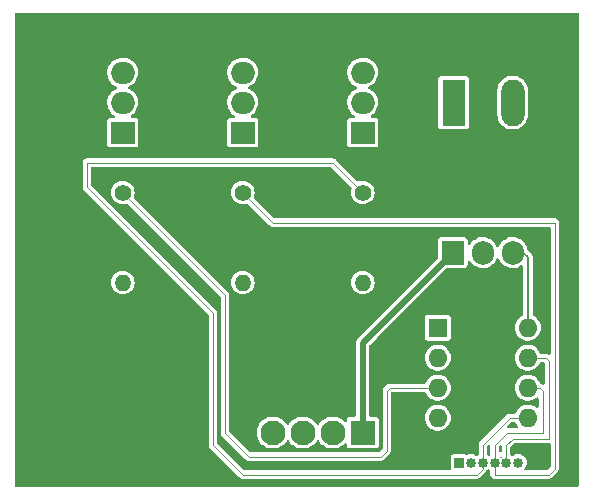
<source format=gtl>
G04 #@! TF.GenerationSoftware,KiCad,Pcbnew,7.0.8*
G04 #@! TF.CreationDate,2023-11-20T21:20:03+01:00*
G04 #@! TF.ProjectId,led-controller,6c65642d-636f-46e7-9472-6f6c6c65722e,rev?*
G04 #@! TF.SameCoordinates,Original*
G04 #@! TF.FileFunction,Copper,L1,Top*
G04 #@! TF.FilePolarity,Positive*
%FSLAX46Y46*%
G04 Gerber Fmt 4.6, Leading zero omitted, Abs format (unit mm)*
G04 Created by KiCad (PCBNEW 7.0.8) date 2023-11-20 21:20:03*
%MOMM*%
%LPD*%
G01*
G04 APERTURE LIST*
G04 #@! TA.AperFunction,ComponentPad*
%ADD10R,2.000000X1.905000*%
G04 #@! TD*
G04 #@! TA.AperFunction,ComponentPad*
%ADD11O,2.000000X1.905000*%
G04 #@! TD*
G04 #@! TA.AperFunction,ComponentPad*
%ADD12R,1.600000X1.600000*%
G04 #@! TD*
G04 #@! TA.AperFunction,ComponentPad*
%ADD13O,1.600000X1.600000*%
G04 #@! TD*
G04 #@! TA.AperFunction,ComponentPad*
%ADD14R,1.905000X2.000000*%
G04 #@! TD*
G04 #@! TA.AperFunction,ComponentPad*
%ADD15O,1.905000X2.000000*%
G04 #@! TD*
G04 #@! TA.AperFunction,ComponentPad*
%ADD16C,1.400000*%
G04 #@! TD*
G04 #@! TA.AperFunction,ComponentPad*
%ADD17O,1.400000X1.400000*%
G04 #@! TD*
G04 #@! TA.AperFunction,ComponentPad*
%ADD18R,0.850000X0.850000*%
G04 #@! TD*
G04 #@! TA.AperFunction,ComponentPad*
%ADD19O,0.850000X0.850000*%
G04 #@! TD*
G04 #@! TA.AperFunction,ComponentPad*
%ADD20R,2.100000X2.100000*%
G04 #@! TD*
G04 #@! TA.AperFunction,ComponentPad*
%ADD21C,2.100000*%
G04 #@! TD*
G04 #@! TA.AperFunction,ComponentPad*
%ADD22R,1.980000X3.960000*%
G04 #@! TD*
G04 #@! TA.AperFunction,ComponentPad*
%ADD23O,1.980000X3.960000*%
G04 #@! TD*
G04 #@! TA.AperFunction,Conductor*
%ADD24C,0.100000*%
G04 #@! TD*
G04 #@! TA.AperFunction,Conductor*
%ADD25C,0.500000*%
G04 #@! TD*
G04 #@! TA.AperFunction,Conductor*
%ADD26C,0.200000*%
G04 #@! TD*
G04 APERTURE END LIST*
D10*
X86360000Y-91440000D03*
D11*
X86360000Y-88900000D03*
X86360000Y-86360000D03*
D12*
X102880000Y-107960000D03*
D13*
X102880000Y-110500000D03*
X102880000Y-113040000D03*
X102880000Y-115580000D03*
X110500000Y-115580000D03*
X110500000Y-113040000D03*
X110500000Y-110500000D03*
X110500000Y-107960000D03*
D14*
X104140000Y-101600000D03*
D15*
X106680000Y-101600000D03*
X109220000Y-101600000D03*
D16*
X76200000Y-96520000D03*
D17*
X76200000Y-104140000D03*
D18*
X104680000Y-119380000D03*
D19*
X105680000Y-119380000D03*
X106680000Y-119380000D03*
X107680000Y-119380000D03*
X108680000Y-119380000D03*
X109680000Y-119380000D03*
D16*
X86360000Y-96520000D03*
D17*
X86360000Y-104140000D03*
D16*
X96520000Y-96520000D03*
D17*
X96520000Y-104140000D03*
D20*
X96520000Y-116840000D03*
D21*
X93980000Y-116840000D03*
X91440000Y-116840000D03*
X88900000Y-116840000D03*
D22*
X104220000Y-88900000D03*
D23*
X109220000Y-88900000D03*
D10*
X96520000Y-91440000D03*
D11*
X96520000Y-88900000D03*
X96520000Y-86360000D03*
D10*
X76200000Y-91440000D03*
D11*
X76200000Y-88900000D03*
X76200000Y-86360000D03*
D24*
X108204000Y-118872000D02*
X108188000Y-118872000D01*
X108188000Y-118872000D02*
X108153598Y-118906402D01*
X86868000Y-118872000D02*
X84836000Y-116840000D01*
X102880000Y-113040000D02*
X98796000Y-113040000D01*
X84836000Y-105156000D02*
X76200000Y-96520000D01*
X98552000Y-118364000D02*
X98044000Y-118872000D01*
X98796000Y-113040000D02*
X98552000Y-113284000D01*
X98552000Y-113284000D02*
X98552000Y-118364000D01*
X84836000Y-116840000D02*
X84836000Y-105156000D01*
X98044000Y-118872000D02*
X86868000Y-118872000D01*
D25*
X96520000Y-109220000D02*
X96520000Y-116840000D01*
X104140000Y-101600000D02*
X96520000Y-109220000D01*
D26*
X110109000Y-101600000D02*
X110500000Y-101991000D01*
X110500000Y-101991000D02*
X110500000Y-107960000D01*
X109220000Y-101600000D02*
X110109000Y-101600000D01*
D24*
X93980000Y-93980000D02*
X96520000Y-96520000D01*
X106680000Y-117856000D02*
X106680000Y-119380000D01*
X86360000Y-120396000D02*
X83820000Y-117856000D01*
X73152000Y-93980000D02*
X93980000Y-93980000D01*
X106172000Y-120396000D02*
X86360000Y-120396000D01*
X108956000Y-115580000D02*
X106680000Y-117856000D01*
X73152000Y-96012000D02*
X73152000Y-93980000D01*
X83820000Y-117856000D02*
X83820000Y-106680000D01*
X106680000Y-119888000D02*
X106172000Y-120396000D01*
X106680000Y-119380000D02*
X106680000Y-119888000D01*
X110500000Y-115580000D02*
X108956000Y-115580000D01*
X83820000Y-106680000D02*
X73152000Y-96012000D01*
X112776000Y-99060000D02*
X88900000Y-99060000D01*
X107680000Y-120380000D02*
X107696000Y-120396000D01*
X107696000Y-120396000D02*
X112268000Y-120396000D01*
X110500000Y-113040000D02*
X111516000Y-113040000D01*
X111760000Y-116840000D02*
X108712000Y-116840000D01*
X88900000Y-99060000D02*
X86360000Y-96520000D01*
X107680000Y-117872000D02*
X107680000Y-119380000D01*
X107680000Y-119380000D02*
X107680000Y-120380000D01*
X112268000Y-120396000D02*
X112776000Y-119888000D01*
X108712000Y-116840000D02*
X107680000Y-117872000D01*
X111760000Y-113284000D02*
X111760000Y-116840000D01*
X112776000Y-119888000D02*
X112776000Y-99060000D01*
X111516000Y-113040000D02*
X111760000Y-113284000D01*
X112268000Y-117348000D02*
X109220000Y-117348000D01*
X108680000Y-117888000D02*
X108680000Y-119380000D01*
X110500000Y-110500000D02*
X112024000Y-110500000D01*
X112268000Y-110744000D02*
X112268000Y-117348000D01*
X109220000Y-117348000D02*
X108680000Y-117888000D01*
X112024000Y-110500000D02*
X112268000Y-110744000D01*
G04 #@! TA.AperFunction,NonConductor*
G36*
X114750539Y-81300185D02*
G01*
X114796294Y-81352989D01*
X114807500Y-81404500D01*
X114807500Y-121287500D01*
X114787815Y-121354539D01*
X114735011Y-121400294D01*
X114683500Y-121411500D01*
X67180500Y-121411500D01*
X67113461Y-121391815D01*
X67067706Y-121339011D01*
X67056500Y-121287500D01*
X67056500Y-104140000D01*
X75194659Y-104140000D01*
X75213975Y-104336129D01*
X75271188Y-104524733D01*
X75364086Y-104698532D01*
X75364090Y-104698539D01*
X75489116Y-104850883D01*
X75641460Y-104975909D01*
X75641467Y-104975913D01*
X75815266Y-105068811D01*
X75815269Y-105068811D01*
X75815273Y-105068814D01*
X76003868Y-105126024D01*
X76200000Y-105145341D01*
X76396132Y-105126024D01*
X76584727Y-105068814D01*
X76611307Y-105054607D01*
X76758532Y-104975913D01*
X76758538Y-104975910D01*
X76910883Y-104850883D01*
X77035910Y-104698538D01*
X77128814Y-104524727D01*
X77186024Y-104336132D01*
X77205341Y-104140000D01*
X77186024Y-103943868D01*
X77128814Y-103755273D01*
X77128811Y-103755269D01*
X77128811Y-103755266D01*
X77035913Y-103581467D01*
X77035909Y-103581460D01*
X76910883Y-103429116D01*
X76758539Y-103304090D01*
X76758532Y-103304086D01*
X76584733Y-103211188D01*
X76584727Y-103211186D01*
X76396132Y-103153976D01*
X76396129Y-103153975D01*
X76200000Y-103134659D01*
X76003870Y-103153975D01*
X75815266Y-103211188D01*
X75641467Y-103304086D01*
X75641460Y-103304090D01*
X75489116Y-103429116D01*
X75364090Y-103581460D01*
X75364086Y-103581467D01*
X75271188Y-103755266D01*
X75213975Y-103943870D01*
X75194659Y-104140000D01*
X67056500Y-104140000D01*
X67056500Y-95997317D01*
X72796957Y-95997317D01*
X72801023Y-96029937D01*
X72801500Y-96037614D01*
X72801500Y-96041040D01*
X72803891Y-96055373D01*
X72805087Y-96062541D01*
X72811427Y-96113393D01*
X72813520Y-96120426D01*
X72815908Y-96127381D01*
X72840295Y-96172444D01*
X72862801Y-96218483D01*
X72867065Y-96224455D01*
X72871580Y-96230256D01*
X72909275Y-96264958D01*
X83433181Y-106788863D01*
X83466666Y-106850186D01*
X83469500Y-106876544D01*
X83469500Y-117806788D01*
X83466861Y-117832232D01*
X83464957Y-117841311D01*
X83464957Y-117841317D01*
X83469023Y-117873937D01*
X83469500Y-117881614D01*
X83469500Y-117885038D01*
X83473087Y-117906541D01*
X83479427Y-117957393D01*
X83481520Y-117964426D01*
X83483908Y-117971381D01*
X83508295Y-118016444D01*
X83530801Y-118062483D01*
X83535065Y-118068455D01*
X83539580Y-118074256D01*
X83577275Y-118108958D01*
X86077362Y-120609044D01*
X86093489Y-120628902D01*
X86098563Y-120636669D01*
X86098565Y-120636671D01*
X86101203Y-120638724D01*
X86124503Y-120656859D01*
X86124505Y-120656860D01*
X86130268Y-120661950D01*
X86132693Y-120664375D01*
X86132695Y-120664377D01*
X86148426Y-120675608D01*
X86150437Y-120677044D01*
X86190874Y-120708517D01*
X86190878Y-120708518D01*
X86197314Y-120712000D01*
X86197339Y-120712013D01*
X86197371Y-120712030D01*
X86203930Y-120715237D01*
X86203933Y-120715239D01*
X86253037Y-120729858D01*
X86301512Y-120746500D01*
X86301514Y-120746500D01*
X86308754Y-120747708D01*
X86316046Y-120748617D01*
X86367231Y-120746500D01*
X106122789Y-120746500D01*
X106148234Y-120749138D01*
X106157315Y-120751043D01*
X106173005Y-120749087D01*
X106189939Y-120746977D01*
X106197615Y-120746500D01*
X106201035Y-120746500D01*
X106201040Y-120746500D01*
X106204608Y-120745904D01*
X106222539Y-120742913D01*
X106249958Y-120739494D01*
X106273393Y-120736573D01*
X106273402Y-120736568D01*
X106280451Y-120734470D01*
X106287377Y-120732092D01*
X106287381Y-120732092D01*
X106332444Y-120707704D01*
X106378484Y-120685198D01*
X106378487Y-120685194D01*
X106384453Y-120680935D01*
X106390254Y-120676419D01*
X106390258Y-120676418D01*
X106424957Y-120638724D01*
X106893046Y-120170634D01*
X106912902Y-120154511D01*
X106920669Y-120149437D01*
X106940873Y-120123477D01*
X106945941Y-120117739D01*
X106948375Y-120115307D01*
X106961044Y-120097562D01*
X106992517Y-120057126D01*
X106992517Y-120057123D01*
X106998828Y-120049016D01*
X107000353Y-120050203D01*
X107033757Y-120014550D01*
X107114030Y-119964111D01*
X107181263Y-119945113D01*
X107245970Y-119964113D01*
X107271471Y-119980136D01*
X107317763Y-120032470D01*
X107329500Y-120085130D01*
X107329500Y-120330788D01*
X107326861Y-120356232D01*
X107324957Y-120365311D01*
X107324957Y-120365317D01*
X107329023Y-120397937D01*
X107329500Y-120405614D01*
X107329500Y-120409038D01*
X107333087Y-120430541D01*
X107339427Y-120481393D01*
X107341520Y-120488426D01*
X107343908Y-120495381D01*
X107368295Y-120540444D01*
X107390801Y-120586483D01*
X107395065Y-120592455D01*
X107399581Y-120598257D01*
X107413011Y-120610620D01*
X107432840Y-120634032D01*
X107434561Y-120636667D01*
X107434562Y-120636668D01*
X107434563Y-120636669D01*
X107460505Y-120656860D01*
X107466260Y-120661942D01*
X107468693Y-120664375D01*
X107477647Y-120670768D01*
X107483592Y-120675595D01*
X107485644Y-120677484D01*
X107485647Y-120677485D01*
X107485649Y-120677487D01*
X107491954Y-120681607D01*
X107496124Y-120684584D01*
X107506496Y-120692656D01*
X107526874Y-120708517D01*
X107526880Y-120708519D01*
X107533318Y-120712002D01*
X107533339Y-120712013D01*
X107533371Y-120712030D01*
X107539930Y-120715237D01*
X107539933Y-120715239D01*
X107589037Y-120729858D01*
X107637512Y-120746500D01*
X107637514Y-120746500D01*
X107644754Y-120747708D01*
X107652046Y-120748617D01*
X107703231Y-120746500D01*
X112218789Y-120746500D01*
X112244234Y-120749138D01*
X112253315Y-120751043D01*
X112269005Y-120749087D01*
X112285939Y-120746977D01*
X112293615Y-120746500D01*
X112297035Y-120746500D01*
X112297040Y-120746500D01*
X112300608Y-120745904D01*
X112318539Y-120742913D01*
X112345958Y-120739494D01*
X112369393Y-120736573D01*
X112369402Y-120736568D01*
X112376451Y-120734470D01*
X112383377Y-120732092D01*
X112383381Y-120732092D01*
X112428444Y-120707704D01*
X112474484Y-120685198D01*
X112474487Y-120685194D01*
X112480453Y-120680935D01*
X112486254Y-120676419D01*
X112486258Y-120676418D01*
X112520957Y-120638724D01*
X112989046Y-120170634D01*
X113008902Y-120154511D01*
X113016669Y-120149437D01*
X113036873Y-120123477D01*
X113041941Y-120117739D01*
X113044375Y-120115307D01*
X113057044Y-120097562D01*
X113088517Y-120057126D01*
X113088518Y-120057120D01*
X113092017Y-120050656D01*
X113095235Y-120044071D01*
X113095239Y-120044067D01*
X113109858Y-119994962D01*
X113126500Y-119946488D01*
X113126500Y-119946481D01*
X113127706Y-119939256D01*
X113128617Y-119931952D01*
X113126500Y-119880770D01*
X113126500Y-99077061D01*
X113126712Y-99071940D01*
X113127974Y-99056695D01*
X113130132Y-99030656D01*
X113119958Y-98990480D01*
X113118910Y-98985480D01*
X113112092Y-98944619D01*
X113111455Y-98942763D01*
X113102215Y-98919079D01*
X113101417Y-98917260D01*
X113078755Y-98882573D01*
X113076131Y-98878169D01*
X113056418Y-98841741D01*
X113055203Y-98840180D01*
X113038787Y-98820798D01*
X113037436Y-98819330D01*
X113004748Y-98793888D01*
X113000836Y-98790575D01*
X112970356Y-98762516D01*
X112970351Y-98762513D01*
X112968717Y-98761445D01*
X112946860Y-98748421D01*
X112945127Y-98747483D01*
X112905947Y-98734032D01*
X112901174Y-98732169D01*
X112863230Y-98715526D01*
X112861345Y-98715049D01*
X112836418Y-98709822D01*
X112834488Y-98709500D01*
X112793061Y-98709500D01*
X112787940Y-98709288D01*
X112746651Y-98705867D01*
X112744696Y-98706029D01*
X112716857Y-98709500D01*
X89096544Y-98709500D01*
X89029505Y-98689815D01*
X89008863Y-98673181D01*
X87330102Y-96994420D01*
X87296617Y-96933097D01*
X87299123Y-96870743D01*
X87346023Y-96716134D01*
X87346024Y-96716132D01*
X87365341Y-96520000D01*
X87346024Y-96323868D01*
X87288814Y-96135273D01*
X87288811Y-96135269D01*
X87288811Y-96135266D01*
X87195913Y-95961467D01*
X87195909Y-95961460D01*
X87070883Y-95809116D01*
X86918539Y-95684090D01*
X86918532Y-95684086D01*
X86744733Y-95591188D01*
X86744727Y-95591186D01*
X86556132Y-95533976D01*
X86556129Y-95533975D01*
X86360000Y-95514659D01*
X86163870Y-95533975D01*
X85975266Y-95591188D01*
X85801467Y-95684086D01*
X85801460Y-95684090D01*
X85649116Y-95809116D01*
X85524090Y-95961460D01*
X85524086Y-95961467D01*
X85431188Y-96135266D01*
X85373975Y-96323870D01*
X85354659Y-96520000D01*
X85373975Y-96716129D01*
X85431188Y-96904733D01*
X85524086Y-97078532D01*
X85524090Y-97078539D01*
X85649116Y-97230883D01*
X85801460Y-97355909D01*
X85801467Y-97355913D01*
X85975266Y-97448811D01*
X85975269Y-97448811D01*
X85975273Y-97448814D01*
X86163868Y-97506024D01*
X86360000Y-97525341D01*
X86556132Y-97506024D01*
X86710743Y-97459123D01*
X86780610Y-97458499D01*
X86834420Y-97490102D01*
X88617362Y-99273044D01*
X88633489Y-99292902D01*
X88638563Y-99300669D01*
X88638565Y-99300671D01*
X88664505Y-99320860D01*
X88670268Y-99325950D01*
X88672693Y-99328375D01*
X88672695Y-99328377D01*
X88690437Y-99341044D01*
X88730874Y-99372517D01*
X88730878Y-99372518D01*
X88737314Y-99376000D01*
X88737339Y-99376013D01*
X88737371Y-99376030D01*
X88743930Y-99379237D01*
X88743933Y-99379239D01*
X88793037Y-99393858D01*
X88841512Y-99410500D01*
X88841514Y-99410500D01*
X88848754Y-99411708D01*
X88856046Y-99412617D01*
X88907231Y-99410500D01*
X112301500Y-99410500D01*
X112368539Y-99430185D01*
X112414294Y-99482989D01*
X112425500Y-99534500D01*
X112425500Y-110114701D01*
X112405815Y-110181740D01*
X112353011Y-110227495D01*
X112283853Y-110237439D01*
X112225338Y-110212555D01*
X112193126Y-110187483D01*
X112193124Y-110187482D01*
X112186648Y-110183977D01*
X112180069Y-110180760D01*
X112130954Y-110166138D01*
X112082486Y-110149498D01*
X112075269Y-110148294D01*
X112067953Y-110147382D01*
X112018725Y-110149419D01*
X112016769Y-110149500D01*
X111631635Y-110149500D01*
X111564596Y-110129815D01*
X111520635Y-110080772D01*
X111470863Y-109980817D01*
X111439673Y-109918179D01*
X111316764Y-109755421D01*
X111316762Y-109755418D01*
X111166041Y-109618019D01*
X111166039Y-109618017D01*
X110992642Y-109510655D01*
X110992635Y-109510651D01*
X110830974Y-109448024D01*
X110802456Y-109436976D01*
X110601976Y-109399500D01*
X110398024Y-109399500D01*
X110197544Y-109436976D01*
X110197541Y-109436976D01*
X110197541Y-109436977D01*
X110007364Y-109510651D01*
X110007357Y-109510655D01*
X109833960Y-109618017D01*
X109833958Y-109618019D01*
X109683237Y-109755418D01*
X109560327Y-109918178D01*
X109469422Y-110100739D01*
X109469417Y-110100752D01*
X109413602Y-110296917D01*
X109394785Y-110499999D01*
X109394785Y-110500000D01*
X109413602Y-110703082D01*
X109469417Y-110899247D01*
X109469422Y-110899260D01*
X109560327Y-111081821D01*
X109683237Y-111244581D01*
X109833958Y-111381980D01*
X109833960Y-111381982D01*
X109933141Y-111443392D01*
X110007363Y-111489348D01*
X110197544Y-111563024D01*
X110398024Y-111600500D01*
X110398026Y-111600500D01*
X110601974Y-111600500D01*
X110601976Y-111600500D01*
X110802456Y-111563024D01*
X110992637Y-111489348D01*
X111166041Y-111381981D01*
X111316764Y-111244579D01*
X111439673Y-111081821D01*
X111493112Y-110974500D01*
X111520635Y-110919228D01*
X111568138Y-110867991D01*
X111631635Y-110850500D01*
X111793500Y-110850500D01*
X111860539Y-110870185D01*
X111906294Y-110922989D01*
X111917500Y-110974500D01*
X111917500Y-112654701D01*
X111897815Y-112721740D01*
X111845011Y-112767495D01*
X111775853Y-112777439D01*
X111717338Y-112752555D01*
X111686169Y-112728295D01*
X111685126Y-112727483D01*
X111685124Y-112727482D01*
X111678648Y-112723977D01*
X111672070Y-112720761D01*
X111664196Y-112718417D01*
X111622954Y-112706138D01*
X111603405Y-112699427D01*
X111598888Y-112697876D01*
X111541872Y-112657491D01*
X111528153Y-112635873D01*
X111439673Y-112458179D01*
X111316764Y-112295421D01*
X111316762Y-112295418D01*
X111166041Y-112158019D01*
X111166039Y-112158017D01*
X110992642Y-112050655D01*
X110992635Y-112050651D01*
X110897546Y-112013814D01*
X110802456Y-111976976D01*
X110601976Y-111939500D01*
X110398024Y-111939500D01*
X110197544Y-111976976D01*
X110197541Y-111976976D01*
X110197541Y-111976977D01*
X110007364Y-112050651D01*
X110007357Y-112050655D01*
X109833960Y-112158017D01*
X109833958Y-112158019D01*
X109683237Y-112295418D01*
X109560327Y-112458178D01*
X109469422Y-112640739D01*
X109469417Y-112640752D01*
X109413602Y-112836917D01*
X109394785Y-113039999D01*
X109394785Y-113040000D01*
X109413602Y-113243082D01*
X109469417Y-113439247D01*
X109469422Y-113439260D01*
X109560327Y-113621821D01*
X109683237Y-113784581D01*
X109833958Y-113921980D01*
X109833960Y-113921982D01*
X109924024Y-113977747D01*
X110007363Y-114029348D01*
X110197544Y-114103024D01*
X110398024Y-114140500D01*
X110398026Y-114140500D01*
X110601974Y-114140500D01*
X110601976Y-114140500D01*
X110802456Y-114103024D01*
X110992637Y-114029348D01*
X111166041Y-113921981D01*
X111201962Y-113889235D01*
X111264766Y-113858618D01*
X111334153Y-113866815D01*
X111388093Y-113911225D01*
X111409461Y-113977747D01*
X111409500Y-113980872D01*
X111409500Y-114639127D01*
X111389815Y-114706166D01*
X111337011Y-114751921D01*
X111267853Y-114761865D01*
X111204297Y-114732840D01*
X111201963Y-114730765D01*
X111166041Y-114698019D01*
X111166039Y-114698017D01*
X110992642Y-114590655D01*
X110992635Y-114590651D01*
X110897546Y-114553814D01*
X110802456Y-114516976D01*
X110601976Y-114479500D01*
X110398024Y-114479500D01*
X110197544Y-114516976D01*
X110197541Y-114516976D01*
X110197541Y-114516977D01*
X110007364Y-114590651D01*
X110007357Y-114590655D01*
X109833960Y-114698017D01*
X109833958Y-114698019D01*
X109683237Y-114835418D01*
X109560327Y-114998178D01*
X109479365Y-115160772D01*
X109431862Y-115212009D01*
X109368365Y-115229500D01*
X109005211Y-115229500D01*
X108979765Y-115226861D01*
X108970685Y-115224957D01*
X108970684Y-115224957D01*
X108970682Y-115224957D01*
X108938061Y-115229023D01*
X108930385Y-115229500D01*
X108926960Y-115229500D01*
X108905457Y-115233087D01*
X108854608Y-115239426D01*
X108847570Y-115241521D01*
X108840622Y-115243906D01*
X108795555Y-115268295D01*
X108749512Y-115290803D01*
X108743566Y-115295048D01*
X108737742Y-115299581D01*
X108703042Y-115337275D01*
X106466955Y-117573361D01*
X106447106Y-117589482D01*
X106439331Y-117594562D01*
X106419143Y-117620498D01*
X106414067Y-117626248D01*
X106411634Y-117628681D01*
X106411623Y-117628694D01*
X106398954Y-117646438D01*
X106367483Y-117686872D01*
X106363975Y-117693353D01*
X106360760Y-117699932D01*
X106346138Y-117749045D01*
X106329498Y-117797516D01*
X106328294Y-117804733D01*
X106327382Y-117812046D01*
X106329500Y-117863230D01*
X106329500Y-118674869D01*
X106309815Y-118741908D01*
X106271473Y-118779862D01*
X106245973Y-118795885D01*
X106178736Y-118814886D01*
X106114028Y-118795886D01*
X105996774Y-118722210D01*
X105842455Y-118668212D01*
X105680004Y-118649909D01*
X105679996Y-118649909D01*
X105517544Y-118668212D01*
X105384666Y-118714708D01*
X105314887Y-118718269D01*
X105288634Y-118706620D01*
X105288275Y-118707435D01*
X105277765Y-118702794D01*
X105214521Y-118674869D01*
X105174992Y-118657415D01*
X105149865Y-118654500D01*
X104210143Y-118654500D01*
X104210117Y-118654502D01*
X104185012Y-118657413D01*
X104185008Y-118657415D01*
X104082235Y-118702793D01*
X104002794Y-118782234D01*
X103957415Y-118885006D01*
X103957415Y-118885008D01*
X103954500Y-118910131D01*
X103954500Y-119849856D01*
X103954502Y-119849882D01*
X103957413Y-119874987D01*
X103959863Y-119883989D01*
X103957565Y-119884614D01*
X103964906Y-119940698D01*
X103935079Y-120003882D01*
X103875828Y-120040909D01*
X103842401Y-120045500D01*
X86556544Y-120045500D01*
X86489505Y-120025815D01*
X86468863Y-120009181D01*
X84206819Y-117747137D01*
X84173334Y-117685814D01*
X84170500Y-117659456D01*
X84170500Y-106729206D01*
X84173139Y-106703760D01*
X84175042Y-106694685D01*
X84172782Y-106676561D01*
X84170977Y-106662068D01*
X84170500Y-106654391D01*
X84170500Y-106650963D01*
X84170498Y-106650950D01*
X84166910Y-106629449D01*
X84160573Y-106578607D01*
X84160572Y-106578604D01*
X84158518Y-106571704D01*
X84158475Y-106571579D01*
X84158437Y-106571453D01*
X84156092Y-106564618D01*
X84131704Y-106519555D01*
X84109199Y-106473518D01*
X84104919Y-106467524D01*
X84100419Y-106461743D01*
X84062724Y-106427041D01*
X74155683Y-96520000D01*
X75194659Y-96520000D01*
X75213975Y-96716129D01*
X75271188Y-96904733D01*
X75364086Y-97078532D01*
X75364090Y-97078539D01*
X75489116Y-97230883D01*
X75641460Y-97355909D01*
X75641467Y-97355913D01*
X75815266Y-97448811D01*
X75815269Y-97448811D01*
X75815273Y-97448814D01*
X76003868Y-97506024D01*
X76200000Y-97525341D01*
X76396132Y-97506024D01*
X76550743Y-97459123D01*
X76620610Y-97458499D01*
X76674420Y-97490102D01*
X84449181Y-105264863D01*
X84482666Y-105326186D01*
X84485500Y-105352544D01*
X84485500Y-116790788D01*
X84482861Y-116816232D01*
X84480957Y-116825311D01*
X84480957Y-116825317D01*
X84485023Y-116857937D01*
X84485500Y-116865614D01*
X84485500Y-116869038D01*
X84489087Y-116890541D01*
X84495427Y-116941393D01*
X84497520Y-116948426D01*
X84499908Y-116955381D01*
X84524295Y-117000444D01*
X84546801Y-117046483D01*
X84551065Y-117052455D01*
X84555580Y-117058256D01*
X84593275Y-117092958D01*
X86585362Y-119085044D01*
X86601486Y-119104899D01*
X86606563Y-119112669D01*
X86632508Y-119132862D01*
X86638260Y-119137942D01*
X86640693Y-119140375D01*
X86658438Y-119153044D01*
X86698874Y-119184517D01*
X86698876Y-119184517D01*
X86705310Y-119187999D01*
X86705344Y-119188016D01*
X86705390Y-119188041D01*
X86711932Y-119191239D01*
X86711933Y-119191239D01*
X86711934Y-119191240D01*
X86726078Y-119195451D01*
X86761045Y-119205862D01*
X86809509Y-119222499D01*
X86809512Y-119222500D01*
X86809515Y-119222500D01*
X86816625Y-119223687D01*
X86816731Y-119223700D01*
X86816855Y-119223720D01*
X86824046Y-119224617D01*
X86875231Y-119222500D01*
X97994789Y-119222500D01*
X98020234Y-119225138D01*
X98029315Y-119227043D01*
X98045005Y-119225087D01*
X98061939Y-119222977D01*
X98069615Y-119222500D01*
X98073035Y-119222500D01*
X98073040Y-119222500D01*
X98076608Y-119221904D01*
X98094539Y-119218913D01*
X98121958Y-119215494D01*
X98145393Y-119212573D01*
X98145402Y-119212568D01*
X98152451Y-119210470D01*
X98159377Y-119208092D01*
X98159381Y-119208092D01*
X98204444Y-119183704D01*
X98250484Y-119161198D01*
X98250487Y-119161194D01*
X98256453Y-119156935D01*
X98262254Y-119152419D01*
X98262258Y-119152418D01*
X98296957Y-119114724D01*
X98765046Y-118646634D01*
X98784902Y-118630511D01*
X98792669Y-118625437D01*
X98812873Y-118599477D01*
X98817941Y-118593739D01*
X98820375Y-118591307D01*
X98833044Y-118573562D01*
X98864517Y-118533126D01*
X98864518Y-118533120D01*
X98868017Y-118526656D01*
X98871235Y-118520071D01*
X98871239Y-118520067D01*
X98885858Y-118470962D01*
X98902500Y-118422488D01*
X98902500Y-118422481D01*
X98903706Y-118415256D01*
X98904617Y-118407952D01*
X98902500Y-118356770D01*
X98902500Y-115580000D01*
X101774785Y-115580000D01*
X101793602Y-115783082D01*
X101849417Y-115979247D01*
X101849422Y-115979260D01*
X101940327Y-116161821D01*
X102063237Y-116324581D01*
X102213958Y-116461980D01*
X102213960Y-116461982D01*
X102313141Y-116523392D01*
X102387363Y-116569348D01*
X102577544Y-116643024D01*
X102778024Y-116680500D01*
X102778026Y-116680500D01*
X102981974Y-116680500D01*
X102981976Y-116680500D01*
X103182456Y-116643024D01*
X103372637Y-116569348D01*
X103546041Y-116461981D01*
X103696764Y-116324579D01*
X103819673Y-116161821D01*
X103910582Y-115979250D01*
X103966397Y-115783083D01*
X103985215Y-115580000D01*
X103983926Y-115566094D01*
X103966397Y-115376917D01*
X103928552Y-115243908D01*
X103910582Y-115180750D01*
X103900634Y-115160772D01*
X103866272Y-115091764D01*
X103819673Y-114998179D01*
X103696764Y-114835421D01*
X103696762Y-114835418D01*
X103546041Y-114698019D01*
X103546039Y-114698017D01*
X103372642Y-114590655D01*
X103372635Y-114590651D01*
X103277546Y-114553814D01*
X103182456Y-114516976D01*
X102981976Y-114479500D01*
X102778024Y-114479500D01*
X102577544Y-114516976D01*
X102577541Y-114516976D01*
X102577541Y-114516977D01*
X102387364Y-114590651D01*
X102387357Y-114590655D01*
X102213960Y-114698017D01*
X102213958Y-114698019D01*
X102063237Y-114835418D01*
X101940327Y-114998178D01*
X101849422Y-115180739D01*
X101849417Y-115180752D01*
X101793602Y-115376917D01*
X101774785Y-115579999D01*
X101774785Y-115580000D01*
X98902500Y-115580000D01*
X98902500Y-113514500D01*
X98922185Y-113447461D01*
X98974989Y-113401706D01*
X99026500Y-113390500D01*
X101748365Y-113390500D01*
X101815404Y-113410185D01*
X101859365Y-113459228D01*
X101940327Y-113621821D01*
X102063237Y-113784581D01*
X102213958Y-113921980D01*
X102213960Y-113921982D01*
X102304024Y-113977747D01*
X102387363Y-114029348D01*
X102577544Y-114103024D01*
X102778024Y-114140500D01*
X102778026Y-114140500D01*
X102981974Y-114140500D01*
X102981976Y-114140500D01*
X103182456Y-114103024D01*
X103372637Y-114029348D01*
X103546041Y-113921981D01*
X103696764Y-113784579D01*
X103819673Y-113621821D01*
X103910582Y-113439250D01*
X103966397Y-113243083D01*
X103985215Y-113040000D01*
X103983128Y-113017482D01*
X103966397Y-112836917D01*
X103949285Y-112776775D01*
X103910582Y-112640750D01*
X103908150Y-112635866D01*
X103866272Y-112551764D01*
X103819673Y-112458179D01*
X103696764Y-112295421D01*
X103696762Y-112295418D01*
X103546041Y-112158019D01*
X103546039Y-112158017D01*
X103372642Y-112050655D01*
X103372635Y-112050651D01*
X103277546Y-112013814D01*
X103182456Y-111976976D01*
X102981976Y-111939500D01*
X102778024Y-111939500D01*
X102577544Y-111976976D01*
X102577541Y-111976976D01*
X102577541Y-111976977D01*
X102387364Y-112050651D01*
X102387357Y-112050655D01*
X102213960Y-112158017D01*
X102213958Y-112158019D01*
X102063237Y-112295418D01*
X101940327Y-112458178D01*
X101859365Y-112620772D01*
X101811862Y-112672009D01*
X101748365Y-112689500D01*
X98845206Y-112689500D01*
X98819761Y-112686861D01*
X98810685Y-112684958D01*
X98810682Y-112684958D01*
X98778068Y-112689023D01*
X98770392Y-112689500D01*
X98766960Y-112689500D01*
X98752619Y-112691892D01*
X98745448Y-112693089D01*
X98728621Y-112695186D01*
X98694607Y-112699427D01*
X98694606Y-112699427D01*
X98694601Y-112699428D01*
X98687575Y-112701519D01*
X98680623Y-112703906D01*
X98680619Y-112703907D01*
X98680619Y-112703908D01*
X98649479Y-112720760D01*
X98635555Y-112728295D01*
X98589512Y-112750803D01*
X98583566Y-112755048D01*
X98577742Y-112759581D01*
X98543042Y-112797275D01*
X98338955Y-113001361D01*
X98319106Y-113017482D01*
X98311331Y-113022562D01*
X98291143Y-113048498D01*
X98286067Y-113054248D01*
X98283634Y-113056681D01*
X98283623Y-113056694D01*
X98270954Y-113074438D01*
X98239483Y-113114872D01*
X98235975Y-113121353D01*
X98232760Y-113127932D01*
X98218138Y-113177045D01*
X98201498Y-113225516D01*
X98200294Y-113232733D01*
X98199382Y-113240046D01*
X98201500Y-113291230D01*
X98201500Y-118167456D01*
X98181815Y-118234495D01*
X98165181Y-118255137D01*
X97935137Y-118485181D01*
X97873814Y-118518666D01*
X97847456Y-118521500D01*
X87064544Y-118521500D01*
X86997505Y-118501815D01*
X86976863Y-118485181D01*
X85331682Y-116840000D01*
X87544341Y-116840000D01*
X87564936Y-117075403D01*
X87564938Y-117075413D01*
X87626094Y-117303655D01*
X87626096Y-117303659D01*
X87626097Y-117303663D01*
X87630000Y-117312032D01*
X87725965Y-117517830D01*
X87725967Y-117517834D01*
X87816017Y-117646438D01*
X87861505Y-117711401D01*
X88028599Y-117878495D01*
X88101960Y-117929863D01*
X88222165Y-118014032D01*
X88222167Y-118014033D01*
X88222170Y-118014035D01*
X88436337Y-118113903D01*
X88664592Y-118175063D01*
X88841034Y-118190500D01*
X88899999Y-118195659D01*
X88900000Y-118195659D01*
X88900001Y-118195659D01*
X88958966Y-118190500D01*
X89135408Y-118175063D01*
X89363663Y-118113903D01*
X89577830Y-118014035D01*
X89771401Y-117878495D01*
X89938495Y-117711401D01*
X90068425Y-117525842D01*
X90123002Y-117482217D01*
X90192500Y-117475023D01*
X90254855Y-117506546D01*
X90271575Y-117525842D01*
X90401500Y-117711395D01*
X90401505Y-117711401D01*
X90568599Y-117878495D01*
X90641960Y-117929863D01*
X90762165Y-118014032D01*
X90762167Y-118014033D01*
X90762170Y-118014035D01*
X90976337Y-118113903D01*
X91204592Y-118175063D01*
X91381034Y-118190500D01*
X91439999Y-118195659D01*
X91440000Y-118195659D01*
X91440001Y-118195659D01*
X91498966Y-118190500D01*
X91675408Y-118175063D01*
X91903663Y-118113903D01*
X92117830Y-118014035D01*
X92311401Y-117878495D01*
X92478495Y-117711401D01*
X92608425Y-117525842D01*
X92663002Y-117482217D01*
X92732500Y-117475023D01*
X92794855Y-117506546D01*
X92811575Y-117525842D01*
X92941500Y-117711395D01*
X92941505Y-117711401D01*
X93108599Y-117878495D01*
X93181960Y-117929863D01*
X93302165Y-118014032D01*
X93302167Y-118014033D01*
X93302170Y-118014035D01*
X93516337Y-118113903D01*
X93744592Y-118175063D01*
X93921034Y-118190500D01*
X93979999Y-118195659D01*
X93980000Y-118195659D01*
X93980001Y-118195659D01*
X94038966Y-118190500D01*
X94215408Y-118175063D01*
X94443663Y-118113903D01*
X94657830Y-118014035D01*
X94851401Y-117878495D01*
X94957822Y-117772073D01*
X95019141Y-117738591D01*
X95088833Y-117743575D01*
X95144767Y-117785446D01*
X95169184Y-117850910D01*
X95169500Y-117859755D01*
X95169500Y-117934855D01*
X95169502Y-117934882D01*
X95172413Y-117959987D01*
X95172415Y-117959991D01*
X95217793Y-118062764D01*
X95217794Y-118062765D01*
X95297235Y-118142206D01*
X95400009Y-118187585D01*
X95425135Y-118190500D01*
X97614864Y-118190499D01*
X97614879Y-118190497D01*
X97614882Y-118190497D01*
X97639987Y-118187586D01*
X97639988Y-118187585D01*
X97639991Y-118187585D01*
X97742765Y-118142206D01*
X97822206Y-118062765D01*
X97867585Y-117959991D01*
X97870500Y-117934865D01*
X97870499Y-115745136D01*
X97870497Y-115745117D01*
X97867586Y-115720012D01*
X97867585Y-115720010D01*
X97867585Y-115720009D01*
X97822206Y-115617235D01*
X97742765Y-115537794D01*
X97742763Y-115537793D01*
X97639992Y-115492415D01*
X97614868Y-115489500D01*
X97614865Y-115489500D01*
X97194500Y-115489500D01*
X97127461Y-115469815D01*
X97081706Y-115417011D01*
X97070500Y-115365500D01*
X97070500Y-110500000D01*
X101774785Y-110500000D01*
X101793602Y-110703082D01*
X101849417Y-110899247D01*
X101849422Y-110899260D01*
X101940327Y-111081821D01*
X102063237Y-111244581D01*
X102213958Y-111381980D01*
X102213960Y-111381982D01*
X102313141Y-111443392D01*
X102387363Y-111489348D01*
X102577544Y-111563024D01*
X102778024Y-111600500D01*
X102778026Y-111600500D01*
X102981974Y-111600500D01*
X102981976Y-111600500D01*
X103182456Y-111563024D01*
X103372637Y-111489348D01*
X103546041Y-111381981D01*
X103696764Y-111244579D01*
X103819673Y-111081821D01*
X103910582Y-110899250D01*
X103966397Y-110703083D01*
X103985215Y-110500000D01*
X103966397Y-110296917D01*
X103910582Y-110100750D01*
X103900634Y-110080772D01*
X103866272Y-110011764D01*
X103819673Y-109918179D01*
X103696764Y-109755421D01*
X103696762Y-109755418D01*
X103546041Y-109618019D01*
X103546039Y-109618017D01*
X103372642Y-109510655D01*
X103372635Y-109510651D01*
X103210974Y-109448024D01*
X103182456Y-109436976D01*
X102981976Y-109399500D01*
X102778024Y-109399500D01*
X102577544Y-109436976D01*
X102577541Y-109436976D01*
X102577541Y-109436977D01*
X102387364Y-109510651D01*
X102387357Y-109510655D01*
X102213960Y-109618017D01*
X102213958Y-109618019D01*
X102063237Y-109755418D01*
X101940327Y-109918178D01*
X101849422Y-110100739D01*
X101849417Y-110100752D01*
X101793602Y-110296917D01*
X101774785Y-110499999D01*
X101774785Y-110500000D01*
X97070500Y-110500000D01*
X97070500Y-109499385D01*
X97090185Y-109432346D01*
X97106814Y-109411709D01*
X97713667Y-108804856D01*
X101779500Y-108804856D01*
X101779502Y-108804882D01*
X101782413Y-108829987D01*
X101782415Y-108829991D01*
X101827793Y-108932764D01*
X101827794Y-108932765D01*
X101907235Y-109012206D01*
X102010009Y-109057585D01*
X102035135Y-109060500D01*
X103724864Y-109060499D01*
X103724879Y-109060497D01*
X103724882Y-109060497D01*
X103749987Y-109057586D01*
X103749988Y-109057585D01*
X103749991Y-109057585D01*
X103852765Y-109012206D01*
X103932206Y-108932765D01*
X103977585Y-108829991D01*
X103980500Y-108804865D01*
X103980499Y-107115136D01*
X103980497Y-107115117D01*
X103977586Y-107090012D01*
X103977585Y-107090010D01*
X103977585Y-107090009D01*
X103932206Y-106987235D01*
X103852765Y-106907794D01*
X103852763Y-106907793D01*
X103749992Y-106862415D01*
X103724865Y-106859500D01*
X102035143Y-106859500D01*
X102035117Y-106859502D01*
X102010012Y-106862413D01*
X102010008Y-106862415D01*
X101907235Y-106907793D01*
X101827794Y-106987234D01*
X101782415Y-107090006D01*
X101782415Y-107090008D01*
X101779500Y-107115131D01*
X101779500Y-108804856D01*
X97713667Y-108804856D01*
X103581705Y-102936817D01*
X103643028Y-102903333D01*
X103669386Y-102900499D01*
X105137356Y-102900499D01*
X105137364Y-102900499D01*
X105137379Y-102900497D01*
X105137382Y-102900497D01*
X105162487Y-102897586D01*
X105162488Y-102897585D01*
X105162491Y-102897585D01*
X105265265Y-102852206D01*
X105344706Y-102772765D01*
X105390085Y-102669991D01*
X105393000Y-102644865D01*
X105392999Y-102389458D01*
X105412683Y-102322422D01*
X105465487Y-102276667D01*
X105534646Y-102266723D01*
X105598201Y-102295748D01*
X105617317Y-102316575D01*
X105732586Y-102475229D01*
X105732588Y-102475232D01*
X105895607Y-102631093D01*
X105895606Y-102631093D01*
X105895608Y-102631094D01*
X105895609Y-102631095D01*
X106083842Y-102755346D01*
X106291237Y-102843991D01*
X106511126Y-102894179D01*
X106736443Y-102904298D01*
X106959946Y-102874023D01*
X107174451Y-102804326D01*
X107373064Y-102697447D01*
X107549402Y-102556823D01*
X107697796Y-102386972D01*
X107813477Y-102193354D01*
X107833594Y-102139751D01*
X107875576Y-102083907D01*
X107941090Y-102059623D01*
X108009332Y-102074613D01*
X108058637Y-102124119D01*
X108061405Y-102129524D01*
X108140013Y-102292757D01*
X108140019Y-102292767D01*
X108272582Y-102475224D01*
X108272588Y-102475232D01*
X108435607Y-102631093D01*
X108435606Y-102631093D01*
X108435608Y-102631094D01*
X108435609Y-102631095D01*
X108623842Y-102755346D01*
X108831237Y-102843991D01*
X109051126Y-102894179D01*
X109276443Y-102904298D01*
X109499946Y-102874023D01*
X109714451Y-102804326D01*
X109793031Y-102762040D01*
X109916740Y-102695469D01*
X109985102Y-102681034D01*
X110050416Y-102705851D01*
X110091945Y-102762040D01*
X110099500Y-102804662D01*
X110099500Y-106850015D01*
X110079815Y-106917054D01*
X110027011Y-106962809D01*
X110020296Y-106965641D01*
X110007368Y-106970649D01*
X110007359Y-106970653D01*
X109833960Y-107078017D01*
X109833958Y-107078019D01*
X109683237Y-107215418D01*
X109560327Y-107378178D01*
X109469422Y-107560739D01*
X109469417Y-107560752D01*
X109413602Y-107756917D01*
X109394785Y-107959999D01*
X109394785Y-107960000D01*
X109413602Y-108163082D01*
X109469417Y-108359247D01*
X109469422Y-108359260D01*
X109560327Y-108541821D01*
X109683237Y-108704581D01*
X109833958Y-108841980D01*
X109833960Y-108841982D01*
X109878108Y-108869317D01*
X110007363Y-108949348D01*
X110197544Y-109023024D01*
X110398024Y-109060500D01*
X110398026Y-109060500D01*
X110601974Y-109060500D01*
X110601976Y-109060500D01*
X110802456Y-109023024D01*
X110992637Y-108949348D01*
X111166041Y-108841981D01*
X111316764Y-108704579D01*
X111439673Y-108541821D01*
X111530582Y-108359250D01*
X111586397Y-108163083D01*
X111605215Y-107960000D01*
X111586397Y-107756917D01*
X111530582Y-107560750D01*
X111439673Y-107378179D01*
X111316764Y-107215421D01*
X111316762Y-107215418D01*
X111166041Y-107078019D01*
X111166039Y-107078017D01*
X110992640Y-106970653D01*
X110992631Y-106970649D01*
X110979704Y-106965641D01*
X110924303Y-106923067D01*
X110900714Y-106857299D01*
X110900500Y-106850015D01*
X110900500Y-101927569D01*
X110900499Y-101927565D01*
X110893651Y-101906489D01*
X110889112Y-101887582D01*
X110885646Y-101865696D01*
X110875586Y-101845953D01*
X110868144Y-101827985D01*
X110861297Y-101806911D01*
X110848266Y-101788976D01*
X110838103Y-101772389D01*
X110831929Y-101760272D01*
X110828050Y-101752658D01*
X110807639Y-101732247D01*
X110807619Y-101732226D01*
X110495036Y-101419643D01*
X110461551Y-101358320D01*
X110459216Y-101343075D01*
X110457847Y-101327862D01*
X110397848Y-101110459D01*
X110397842Y-101110444D01*
X110299986Y-100907242D01*
X110299980Y-100907232D01*
X110167417Y-100724775D01*
X110167411Y-100724767D01*
X110004392Y-100568906D01*
X110004393Y-100568906D01*
X109816158Y-100444654D01*
X109775402Y-100427234D01*
X109608763Y-100356009D01*
X109608756Y-100356007D01*
X109608752Y-100356006D01*
X109388874Y-100305821D01*
X109163561Y-100295702D01*
X109163560Y-100295702D01*
X109163557Y-100295702D01*
X108940054Y-100325977D01*
X108940052Y-100325977D01*
X108940049Y-100325978D01*
X108725549Y-100395673D01*
X108526938Y-100502551D01*
X108526935Y-100502553D01*
X108443731Y-100568906D01*
X108350598Y-100643177D01*
X108350596Y-100643178D01*
X108350590Y-100643184D01*
X108202209Y-100813021D01*
X108202208Y-100813021D01*
X108086523Y-101006646D01*
X108066407Y-101060245D01*
X108024421Y-101116093D01*
X107958907Y-101140376D01*
X107890664Y-101125384D01*
X107841360Y-101075878D01*
X107838594Y-101070475D01*
X107759986Y-100907242D01*
X107759980Y-100907232D01*
X107627417Y-100724775D01*
X107627411Y-100724767D01*
X107464392Y-100568906D01*
X107464393Y-100568906D01*
X107276158Y-100444654D01*
X107235402Y-100427234D01*
X107068763Y-100356009D01*
X107068756Y-100356007D01*
X107068752Y-100356006D01*
X106848874Y-100305821D01*
X106623561Y-100295702D01*
X106623560Y-100295702D01*
X106623557Y-100295702D01*
X106400054Y-100325977D01*
X106400052Y-100325977D01*
X106400049Y-100325978D01*
X106185549Y-100395673D01*
X105986938Y-100502551D01*
X105986935Y-100502553D01*
X105903731Y-100568906D01*
X105810598Y-100643177D01*
X105810596Y-100643178D01*
X105810590Y-100643184D01*
X105662209Y-100813021D01*
X105662202Y-100813029D01*
X105623446Y-100877897D01*
X105572163Y-100925351D01*
X105503366Y-100937545D01*
X105438897Y-100910609D01*
X105399225Y-100853095D01*
X105392999Y-100814297D01*
X105392999Y-100555143D01*
X105392999Y-100555136D01*
X105392997Y-100555117D01*
X105390086Y-100530012D01*
X105390085Y-100530010D01*
X105390085Y-100530009D01*
X105344706Y-100427235D01*
X105265265Y-100347794D01*
X105265263Y-100347793D01*
X105162492Y-100302415D01*
X105137365Y-100299500D01*
X103142643Y-100299500D01*
X103142617Y-100299502D01*
X103117512Y-100302413D01*
X103117508Y-100302415D01*
X103014735Y-100347793D01*
X102935294Y-100427234D01*
X102889915Y-100530006D01*
X102889915Y-100530008D01*
X102887000Y-100555131D01*
X102887000Y-102023112D01*
X102867315Y-102090151D01*
X102850681Y-102110793D01*
X96137381Y-108824093D01*
X96088957Y-108869317D01*
X96065956Y-108907139D01*
X96062384Y-108912388D01*
X96035639Y-108947658D01*
X96035636Y-108947663D01*
X96029055Y-108964352D01*
X96019653Y-108983283D01*
X96010327Y-108998619D01*
X95998385Y-109041237D01*
X95996362Y-109047255D01*
X95980122Y-109088440D01*
X95978288Y-109106284D01*
X95974342Y-109127048D01*
X95969501Y-109144328D01*
X95969500Y-109144337D01*
X95969500Y-109188594D01*
X95969175Y-109194939D01*
X95964648Y-109238970D01*
X95964648Y-109238975D01*
X95967697Y-109256656D01*
X95969500Y-109277724D01*
X95969500Y-115365500D01*
X95949815Y-115432539D01*
X95897011Y-115478294D01*
X95845500Y-115489500D01*
X95425143Y-115489500D01*
X95425117Y-115489502D01*
X95400012Y-115492413D01*
X95400008Y-115492415D01*
X95297235Y-115537793D01*
X95217794Y-115617234D01*
X95172415Y-115720006D01*
X95172415Y-115720008D01*
X95169500Y-115745131D01*
X95169500Y-115820241D01*
X95149815Y-115887280D01*
X95097011Y-115933035D01*
X95027853Y-115942979D01*
X94964297Y-115913954D01*
X94957819Y-115907923D01*
X94937176Y-115887280D01*
X94851401Y-115801505D01*
X94851397Y-115801502D01*
X94851396Y-115801501D01*
X94657834Y-115665967D01*
X94657830Y-115665965D01*
X94553326Y-115617234D01*
X94443663Y-115566097D01*
X94443659Y-115566096D01*
X94443655Y-115566094D01*
X94215413Y-115504938D01*
X94215403Y-115504936D01*
X93980001Y-115484341D01*
X93979999Y-115484341D01*
X93744596Y-115504936D01*
X93744586Y-115504938D01*
X93516344Y-115566094D01*
X93516335Y-115566098D01*
X93302171Y-115665964D01*
X93302169Y-115665965D01*
X93108597Y-115801505D01*
X92941505Y-115968597D01*
X92811575Y-116154158D01*
X92756998Y-116197783D01*
X92687500Y-116204977D01*
X92625145Y-116173454D01*
X92608425Y-116154158D01*
X92478494Y-115968597D01*
X92311402Y-115801506D01*
X92311395Y-115801501D01*
X92117834Y-115665967D01*
X92117830Y-115665965D01*
X92013326Y-115617234D01*
X91903663Y-115566097D01*
X91903659Y-115566096D01*
X91903655Y-115566094D01*
X91675413Y-115504938D01*
X91675403Y-115504936D01*
X91440001Y-115484341D01*
X91439999Y-115484341D01*
X91204596Y-115504936D01*
X91204586Y-115504938D01*
X90976344Y-115566094D01*
X90976335Y-115566098D01*
X90762171Y-115665964D01*
X90762169Y-115665965D01*
X90568597Y-115801505D01*
X90401505Y-115968597D01*
X90271575Y-116154158D01*
X90216998Y-116197783D01*
X90147500Y-116204977D01*
X90085145Y-116173454D01*
X90068425Y-116154158D01*
X89938494Y-115968597D01*
X89771402Y-115801506D01*
X89771395Y-115801501D01*
X89577834Y-115665967D01*
X89577830Y-115665965D01*
X89473326Y-115617234D01*
X89363663Y-115566097D01*
X89363659Y-115566096D01*
X89363655Y-115566094D01*
X89135413Y-115504938D01*
X89135403Y-115504936D01*
X88900001Y-115484341D01*
X88899999Y-115484341D01*
X88664596Y-115504936D01*
X88664586Y-115504938D01*
X88436344Y-115566094D01*
X88436335Y-115566098D01*
X88222171Y-115665964D01*
X88222169Y-115665965D01*
X88028597Y-115801505D01*
X87861505Y-115968597D01*
X87725965Y-116162169D01*
X87725964Y-116162171D01*
X87626098Y-116376335D01*
X87626094Y-116376344D01*
X87564938Y-116604586D01*
X87564936Y-116604596D01*
X87544341Y-116839999D01*
X87544341Y-116840000D01*
X85331682Y-116840000D01*
X85222819Y-116731137D01*
X85189334Y-116669814D01*
X85186500Y-116643456D01*
X85186500Y-105205206D01*
X85189139Y-105179760D01*
X85191042Y-105170685D01*
X85187883Y-105145340D01*
X85186977Y-105138068D01*
X85186500Y-105130391D01*
X85186500Y-105126963D01*
X85186498Y-105126950D01*
X85186343Y-105126024D01*
X85182910Y-105105449D01*
X85176573Y-105054607D01*
X85176572Y-105054604D01*
X85174518Y-105047704D01*
X85174475Y-105047579D01*
X85174437Y-105047453D01*
X85172092Y-105040618D01*
X85147704Y-104995555D01*
X85125199Y-104949518D01*
X85120919Y-104943524D01*
X85116419Y-104937743D01*
X85078724Y-104903041D01*
X84315683Y-104140000D01*
X85354659Y-104140000D01*
X85373975Y-104336129D01*
X85431188Y-104524733D01*
X85524086Y-104698532D01*
X85524090Y-104698539D01*
X85649116Y-104850883D01*
X85801460Y-104975909D01*
X85801467Y-104975913D01*
X85975266Y-105068811D01*
X85975269Y-105068811D01*
X85975273Y-105068814D01*
X86163868Y-105126024D01*
X86360000Y-105145341D01*
X86556132Y-105126024D01*
X86744727Y-105068814D01*
X86771307Y-105054607D01*
X86918532Y-104975913D01*
X86918538Y-104975910D01*
X87070883Y-104850883D01*
X87195910Y-104698538D01*
X87288814Y-104524727D01*
X87346024Y-104336132D01*
X87365341Y-104140000D01*
X95514659Y-104140000D01*
X95533975Y-104336129D01*
X95591188Y-104524733D01*
X95684086Y-104698532D01*
X95684090Y-104698539D01*
X95809116Y-104850883D01*
X95961460Y-104975909D01*
X95961467Y-104975913D01*
X96135266Y-105068811D01*
X96135269Y-105068811D01*
X96135273Y-105068814D01*
X96323868Y-105126024D01*
X96520000Y-105145341D01*
X96716132Y-105126024D01*
X96904727Y-105068814D01*
X96931307Y-105054607D01*
X97078532Y-104975913D01*
X97078538Y-104975910D01*
X97230883Y-104850883D01*
X97355910Y-104698538D01*
X97448814Y-104524727D01*
X97506024Y-104336132D01*
X97525341Y-104140000D01*
X97506024Y-103943868D01*
X97448814Y-103755273D01*
X97448811Y-103755269D01*
X97448811Y-103755266D01*
X97355913Y-103581467D01*
X97355909Y-103581460D01*
X97230883Y-103429116D01*
X97078539Y-103304090D01*
X97078532Y-103304086D01*
X96904733Y-103211188D01*
X96904727Y-103211186D01*
X96716132Y-103153976D01*
X96716129Y-103153975D01*
X96520000Y-103134659D01*
X96323870Y-103153975D01*
X96135266Y-103211188D01*
X95961467Y-103304086D01*
X95961460Y-103304090D01*
X95809116Y-103429116D01*
X95684090Y-103581460D01*
X95684086Y-103581467D01*
X95591188Y-103755266D01*
X95533975Y-103943870D01*
X95514659Y-104140000D01*
X87365341Y-104140000D01*
X87346024Y-103943868D01*
X87288814Y-103755273D01*
X87288811Y-103755269D01*
X87288811Y-103755266D01*
X87195913Y-103581467D01*
X87195909Y-103581460D01*
X87070883Y-103429116D01*
X86918539Y-103304090D01*
X86918532Y-103304086D01*
X86744733Y-103211188D01*
X86744727Y-103211186D01*
X86556132Y-103153976D01*
X86556129Y-103153975D01*
X86360000Y-103134659D01*
X86163870Y-103153975D01*
X85975266Y-103211188D01*
X85801467Y-103304086D01*
X85801460Y-103304090D01*
X85649116Y-103429116D01*
X85524090Y-103581460D01*
X85524086Y-103581467D01*
X85431188Y-103755266D01*
X85373975Y-103943870D01*
X85354659Y-104140000D01*
X84315683Y-104140000D01*
X77170102Y-96994420D01*
X77136617Y-96933097D01*
X77139123Y-96870743D01*
X77186023Y-96716134D01*
X77186024Y-96716132D01*
X77205341Y-96520000D01*
X77186024Y-96323868D01*
X77128814Y-96135273D01*
X77128811Y-96135269D01*
X77128811Y-96135266D01*
X77035913Y-95961467D01*
X77035909Y-95961460D01*
X76910883Y-95809116D01*
X76758539Y-95684090D01*
X76758532Y-95684086D01*
X76584733Y-95591188D01*
X76584727Y-95591186D01*
X76396132Y-95533976D01*
X76396129Y-95533975D01*
X76200000Y-95514659D01*
X76003870Y-95533975D01*
X75815266Y-95591188D01*
X75641467Y-95684086D01*
X75641460Y-95684090D01*
X75489116Y-95809116D01*
X75364090Y-95961460D01*
X75364086Y-95961467D01*
X75271188Y-96135266D01*
X75213975Y-96323870D01*
X75194659Y-96520000D01*
X74155683Y-96520000D01*
X73538819Y-95903136D01*
X73505334Y-95841813D01*
X73502500Y-95815455D01*
X73502500Y-94454500D01*
X73522185Y-94387461D01*
X73574989Y-94341706D01*
X73626500Y-94330500D01*
X93783456Y-94330500D01*
X93850495Y-94350185D01*
X93871137Y-94366819D01*
X95549897Y-96045579D01*
X95583382Y-96106902D01*
X95580877Y-96169255D01*
X95533975Y-96323869D01*
X95514659Y-96520000D01*
X95533975Y-96716129D01*
X95591188Y-96904733D01*
X95684086Y-97078532D01*
X95684090Y-97078539D01*
X95809116Y-97230883D01*
X95961460Y-97355909D01*
X95961467Y-97355913D01*
X96135266Y-97448811D01*
X96135269Y-97448811D01*
X96135273Y-97448814D01*
X96323868Y-97506024D01*
X96520000Y-97525341D01*
X96716132Y-97506024D01*
X96904727Y-97448814D01*
X97078538Y-97355910D01*
X97230883Y-97230883D01*
X97355910Y-97078538D01*
X97448814Y-96904727D01*
X97506024Y-96716132D01*
X97525341Y-96520000D01*
X97506024Y-96323868D01*
X97448814Y-96135273D01*
X97448811Y-96135269D01*
X97448811Y-96135266D01*
X97355913Y-95961467D01*
X97355909Y-95961460D01*
X97230883Y-95809116D01*
X97078539Y-95684090D01*
X97078532Y-95684086D01*
X96904733Y-95591188D01*
X96904727Y-95591186D01*
X96716132Y-95533976D01*
X96716129Y-95533975D01*
X96520000Y-95514659D01*
X96323869Y-95533975D01*
X96169255Y-95580877D01*
X96099388Y-95581500D01*
X96045579Y-95549897D01*
X94262637Y-93766955D01*
X94246511Y-93747098D01*
X94241437Y-93739331D01*
X94215487Y-93719133D01*
X94209741Y-93714059D01*
X94207307Y-93711625D01*
X94207306Y-93711624D01*
X94207305Y-93711623D01*
X94200848Y-93707013D01*
X94189561Y-93698955D01*
X94149126Y-93667483D01*
X94149122Y-93667481D01*
X94142648Y-93663977D01*
X94136069Y-93660760D01*
X94086954Y-93646138D01*
X94038486Y-93629498D01*
X94031269Y-93628294D01*
X94023953Y-93627382D01*
X93974725Y-93629419D01*
X93972769Y-93629500D01*
X73169061Y-93629500D01*
X73163940Y-93629288D01*
X73122656Y-93625868D01*
X73082493Y-93636037D01*
X73077489Y-93637086D01*
X73058689Y-93640224D01*
X73036616Y-93643908D01*
X73034799Y-93644532D01*
X73011050Y-93653797D01*
X73009258Y-93654584D01*
X72974574Y-93677243D01*
X72970173Y-93679865D01*
X72933741Y-93699582D01*
X72932200Y-93700781D01*
X72912747Y-93717258D01*
X72911331Y-93718562D01*
X72885889Y-93751249D01*
X72882578Y-93755159D01*
X72854516Y-93785643D01*
X72853460Y-93787258D01*
X72840409Y-93809160D01*
X72839483Y-93810872D01*
X72826037Y-93850038D01*
X72824175Y-93854811D01*
X72807527Y-93892766D01*
X72807041Y-93894683D01*
X72801821Y-93919584D01*
X72801500Y-93921512D01*
X72801500Y-93962937D01*
X72801288Y-93968058D01*
X72797868Y-94009345D01*
X72798029Y-94011303D01*
X72801500Y-94039143D01*
X72801500Y-95962788D01*
X72798861Y-95988232D01*
X72796957Y-95997311D01*
X72796957Y-95997317D01*
X67056500Y-95997317D01*
X67056500Y-88956443D01*
X74895702Y-88956443D01*
X74925977Y-89179946D01*
X74925978Y-89179950D01*
X74995673Y-89394450D01*
X74995674Y-89394451D01*
X75102553Y-89593064D01*
X75243177Y-89769402D01*
X75243181Y-89769405D01*
X75243184Y-89769409D01*
X75413021Y-89917790D01*
X75413028Y-89917796D01*
X75477897Y-89956553D01*
X75525350Y-90007835D01*
X75537545Y-90076632D01*
X75510610Y-90141101D01*
X75453096Y-90180774D01*
X75414297Y-90187000D01*
X75155143Y-90187000D01*
X75155117Y-90187002D01*
X75130012Y-90189913D01*
X75130008Y-90189915D01*
X75027235Y-90235293D01*
X74947794Y-90314734D01*
X74902415Y-90417506D01*
X74902415Y-90417508D01*
X74899500Y-90442631D01*
X74899500Y-92437356D01*
X74899502Y-92437382D01*
X74902413Y-92462487D01*
X74902415Y-92462491D01*
X74947793Y-92565264D01*
X74947794Y-92565265D01*
X75027235Y-92644706D01*
X75130009Y-92690085D01*
X75155135Y-92693000D01*
X77244864Y-92692999D01*
X77244879Y-92692997D01*
X77244882Y-92692997D01*
X77269987Y-92690086D01*
X77269988Y-92690085D01*
X77269991Y-92690085D01*
X77372765Y-92644706D01*
X77452206Y-92565265D01*
X77497585Y-92462491D01*
X77500500Y-92437365D01*
X77500499Y-90442636D01*
X77500497Y-90442617D01*
X77497586Y-90417512D01*
X77497585Y-90417510D01*
X77497585Y-90417509D01*
X77452206Y-90314735D01*
X77372765Y-90235294D01*
X77372763Y-90235293D01*
X77269992Y-90189915D01*
X77244868Y-90187000D01*
X76989461Y-90187000D01*
X76922422Y-90167315D01*
X76876667Y-90114511D01*
X76866723Y-90045353D01*
X76895748Y-89981797D01*
X76916576Y-89962682D01*
X77075224Y-89847417D01*
X77075230Y-89847413D01*
X77231095Y-89684391D01*
X77355346Y-89496158D01*
X77443991Y-89288763D01*
X77494179Y-89068874D01*
X77499228Y-88956443D01*
X85055702Y-88956443D01*
X85085977Y-89179946D01*
X85085978Y-89179950D01*
X85155673Y-89394450D01*
X85155674Y-89394451D01*
X85262553Y-89593064D01*
X85403177Y-89769402D01*
X85403181Y-89769405D01*
X85403184Y-89769409D01*
X85573021Y-89917790D01*
X85573028Y-89917796D01*
X85637897Y-89956553D01*
X85685350Y-90007835D01*
X85697545Y-90076632D01*
X85670610Y-90141101D01*
X85613096Y-90180774D01*
X85574297Y-90187000D01*
X85315143Y-90187000D01*
X85315117Y-90187002D01*
X85290012Y-90189913D01*
X85290008Y-90189915D01*
X85187235Y-90235293D01*
X85107794Y-90314734D01*
X85062415Y-90417506D01*
X85062415Y-90417508D01*
X85059500Y-90442631D01*
X85059500Y-92437356D01*
X85059502Y-92437382D01*
X85062413Y-92462487D01*
X85062415Y-92462491D01*
X85107793Y-92565264D01*
X85107794Y-92565265D01*
X85187235Y-92644706D01*
X85290009Y-92690085D01*
X85315135Y-92693000D01*
X87404864Y-92692999D01*
X87404879Y-92692997D01*
X87404882Y-92692997D01*
X87429987Y-92690086D01*
X87429988Y-92690085D01*
X87429991Y-92690085D01*
X87532765Y-92644706D01*
X87612206Y-92565265D01*
X87657585Y-92462491D01*
X87660500Y-92437365D01*
X87660499Y-90442636D01*
X87660497Y-90442617D01*
X87657586Y-90417512D01*
X87657585Y-90417510D01*
X87657585Y-90417509D01*
X87612206Y-90314735D01*
X87532765Y-90235294D01*
X87532763Y-90235293D01*
X87429992Y-90189915D01*
X87404868Y-90187000D01*
X87149461Y-90187000D01*
X87082422Y-90167315D01*
X87036667Y-90114511D01*
X87026723Y-90045353D01*
X87055748Y-89981797D01*
X87076576Y-89962682D01*
X87235224Y-89847417D01*
X87235230Y-89847413D01*
X87391095Y-89684391D01*
X87515346Y-89496158D01*
X87603991Y-89288763D01*
X87654179Y-89068874D01*
X87659228Y-88956443D01*
X95215702Y-88956443D01*
X95245977Y-89179946D01*
X95245978Y-89179950D01*
X95315673Y-89394450D01*
X95315674Y-89394451D01*
X95422553Y-89593064D01*
X95563177Y-89769402D01*
X95563181Y-89769405D01*
X95563184Y-89769409D01*
X95733021Y-89917790D01*
X95733028Y-89917796D01*
X95797897Y-89956553D01*
X95845350Y-90007835D01*
X95857545Y-90076632D01*
X95830610Y-90141101D01*
X95773096Y-90180774D01*
X95734297Y-90187000D01*
X95475143Y-90187000D01*
X95475117Y-90187002D01*
X95450012Y-90189913D01*
X95450008Y-90189915D01*
X95347235Y-90235293D01*
X95267794Y-90314734D01*
X95222415Y-90417506D01*
X95222415Y-90417508D01*
X95219500Y-90442631D01*
X95219500Y-92437356D01*
X95219502Y-92437382D01*
X95222413Y-92462487D01*
X95222415Y-92462491D01*
X95267793Y-92565264D01*
X95267794Y-92565265D01*
X95347235Y-92644706D01*
X95450009Y-92690085D01*
X95475135Y-92693000D01*
X97564864Y-92692999D01*
X97564879Y-92692997D01*
X97564882Y-92692997D01*
X97589987Y-92690086D01*
X97589988Y-92690085D01*
X97589991Y-92690085D01*
X97692765Y-92644706D01*
X97772206Y-92565265D01*
X97817585Y-92462491D01*
X97820500Y-92437365D01*
X97820499Y-90924856D01*
X102929500Y-90924856D01*
X102929502Y-90924882D01*
X102932413Y-90949987D01*
X102932415Y-90949991D01*
X102977793Y-91052764D01*
X102977794Y-91052765D01*
X103057235Y-91132206D01*
X103160009Y-91177585D01*
X103185135Y-91180500D01*
X105254864Y-91180499D01*
X105254879Y-91180497D01*
X105254882Y-91180497D01*
X105279987Y-91177586D01*
X105279988Y-91177585D01*
X105279991Y-91177585D01*
X105382765Y-91132206D01*
X105462206Y-91052765D01*
X105507585Y-90949991D01*
X105510500Y-90924865D01*
X105510500Y-89946352D01*
X107929500Y-89946352D01*
X107944249Y-90114943D01*
X107944250Y-90114950D01*
X108002695Y-90333066D01*
X108098125Y-90537715D01*
X108098127Y-90537719D01*
X108227639Y-90722681D01*
X108227644Y-90722687D01*
X108387312Y-90882355D01*
X108387318Y-90882360D01*
X108572280Y-91011872D01*
X108572282Y-91011873D01*
X108572285Y-91011875D01*
X108776937Y-91107306D01*
X108995051Y-91165750D01*
X109155728Y-91179807D01*
X109219998Y-91185430D01*
X109220000Y-91185430D01*
X109220002Y-91185430D01*
X109276386Y-91180497D01*
X109444949Y-91165750D01*
X109663063Y-91107306D01*
X109867715Y-91011875D01*
X110052686Y-90882357D01*
X110212357Y-90722686D01*
X110341875Y-90537715D01*
X110437306Y-90333063D01*
X110495750Y-90114949D01*
X110510500Y-89946352D01*
X110510500Y-87853648D01*
X110495750Y-87685051D01*
X110437306Y-87466937D01*
X110341875Y-87262285D01*
X110341873Y-87262282D01*
X110341872Y-87262280D01*
X110212360Y-87077318D01*
X110212355Y-87077312D01*
X110052687Y-86917644D01*
X110052681Y-86917639D01*
X109867719Y-86788127D01*
X109867715Y-86788125D01*
X109663066Y-86692695D01*
X109663063Y-86692694D01*
X109570132Y-86667793D01*
X109444950Y-86634250D01*
X109444943Y-86634249D01*
X109220002Y-86614570D01*
X109219998Y-86614570D01*
X108995056Y-86634249D01*
X108995049Y-86634250D01*
X108776933Y-86692695D01*
X108572284Y-86788125D01*
X108572280Y-86788127D01*
X108387318Y-86917639D01*
X108387312Y-86917644D01*
X108227644Y-87077312D01*
X108227639Y-87077318D01*
X108098127Y-87262280D01*
X108098125Y-87262284D01*
X108002695Y-87466933D01*
X107944250Y-87685049D01*
X107944249Y-87685056D01*
X107929500Y-87853648D01*
X107929500Y-89946352D01*
X105510500Y-89946352D01*
X105510499Y-86875136D01*
X105510497Y-86875117D01*
X105507586Y-86850012D01*
X105507585Y-86850010D01*
X105507585Y-86850009D01*
X105462206Y-86747235D01*
X105382765Y-86667794D01*
X105382763Y-86667793D01*
X105279992Y-86622415D01*
X105254865Y-86619500D01*
X103185143Y-86619500D01*
X103185117Y-86619502D01*
X103160012Y-86622413D01*
X103160008Y-86622415D01*
X103057235Y-86667793D01*
X102977794Y-86747234D01*
X102932415Y-86850006D01*
X102932415Y-86850008D01*
X102929500Y-86875131D01*
X102929500Y-90924856D01*
X97820499Y-90924856D01*
X97820499Y-90442636D01*
X97820497Y-90442617D01*
X97817586Y-90417512D01*
X97817585Y-90417510D01*
X97817585Y-90417509D01*
X97772206Y-90314735D01*
X97692765Y-90235294D01*
X97692763Y-90235293D01*
X97589992Y-90189915D01*
X97564868Y-90187000D01*
X97309461Y-90187000D01*
X97242422Y-90167315D01*
X97196667Y-90114511D01*
X97186723Y-90045353D01*
X97215748Y-89981797D01*
X97236576Y-89962682D01*
X97395224Y-89847417D01*
X97395230Y-89847413D01*
X97551095Y-89684391D01*
X97675346Y-89496158D01*
X97763991Y-89288763D01*
X97814179Y-89068874D01*
X97824298Y-88843557D01*
X97794023Y-88620054D01*
X97724326Y-88405549D01*
X97617447Y-88206936D01*
X97476823Y-88030598D01*
X97476817Y-88030593D01*
X97476815Y-88030590D01*
X97306978Y-87882209D01*
X97306978Y-87882208D01*
X97306973Y-87882205D01*
X97306972Y-87882204D01*
X97113354Y-87766523D01*
X97059752Y-87746405D01*
X97003906Y-87704422D01*
X96979623Y-87638908D01*
X96994614Y-87570665D01*
X97044120Y-87521361D01*
X97049505Y-87518603D01*
X97212761Y-87439984D01*
X97395230Y-87307413D01*
X97551095Y-87144391D01*
X97675346Y-86956158D01*
X97763991Y-86748763D01*
X97814179Y-86528874D01*
X97824298Y-86303557D01*
X97794023Y-86080054D01*
X97724326Y-85865549D01*
X97617447Y-85666936D01*
X97476823Y-85490598D01*
X97476817Y-85490593D01*
X97476815Y-85490590D01*
X97306978Y-85342209D01*
X97306978Y-85342208D01*
X97306973Y-85342205D01*
X97306972Y-85342204D01*
X97113354Y-85226523D01*
X97034102Y-85196779D01*
X96902191Y-85147271D01*
X96680275Y-85107000D01*
X96680272Y-85107000D01*
X96416224Y-85107000D01*
X96384875Y-85109821D01*
X96247862Y-85122152D01*
X96030459Y-85182151D01*
X96030444Y-85182157D01*
X95827242Y-85280013D01*
X95827232Y-85280019D01*
X95644775Y-85412582D01*
X95644767Y-85412588D01*
X95488906Y-85575606D01*
X95364654Y-85763841D01*
X95276009Y-85971238D01*
X95276006Y-85971247D01*
X95225821Y-86191122D01*
X95225821Y-86191129D01*
X95220772Y-86303561D01*
X95215702Y-86416443D01*
X95245977Y-86639946D01*
X95245978Y-86639950D01*
X95315673Y-86854450D01*
X95370405Y-86956158D01*
X95422553Y-87053064D01*
X95563177Y-87229402D01*
X95563181Y-87229405D01*
X95563184Y-87229409D01*
X95733021Y-87377790D01*
X95733021Y-87377791D01*
X95733025Y-87377793D01*
X95733028Y-87377796D01*
X95926646Y-87493477D01*
X95980246Y-87513593D01*
X96036092Y-87555576D01*
X96060376Y-87621090D01*
X96045385Y-87689333D01*
X95995880Y-87738638D01*
X95990476Y-87741405D01*
X95827238Y-87820016D01*
X95827232Y-87820019D01*
X95644775Y-87952582D01*
X95644767Y-87952588D01*
X95488906Y-88115606D01*
X95364654Y-88303841D01*
X95276009Y-88511238D01*
X95276006Y-88511247D01*
X95225821Y-88731122D01*
X95225821Y-88731129D01*
X95220772Y-88843561D01*
X95215702Y-88956443D01*
X87659228Y-88956443D01*
X87664298Y-88843557D01*
X87634023Y-88620054D01*
X87564326Y-88405549D01*
X87457447Y-88206936D01*
X87316823Y-88030598D01*
X87316817Y-88030593D01*
X87316815Y-88030590D01*
X87146978Y-87882209D01*
X87146978Y-87882208D01*
X87146973Y-87882205D01*
X87146972Y-87882204D01*
X86953354Y-87766523D01*
X86899752Y-87746405D01*
X86843906Y-87704422D01*
X86819623Y-87638908D01*
X86834614Y-87570665D01*
X86884120Y-87521361D01*
X86889505Y-87518603D01*
X87052761Y-87439984D01*
X87235230Y-87307413D01*
X87391095Y-87144391D01*
X87515346Y-86956158D01*
X87603991Y-86748763D01*
X87654179Y-86528874D01*
X87664298Y-86303557D01*
X87634023Y-86080054D01*
X87564326Y-85865549D01*
X87457447Y-85666936D01*
X87316823Y-85490598D01*
X87316817Y-85490593D01*
X87316815Y-85490590D01*
X87146978Y-85342209D01*
X87146978Y-85342208D01*
X87146973Y-85342205D01*
X87146972Y-85342204D01*
X86953354Y-85226523D01*
X86874102Y-85196779D01*
X86742191Y-85147271D01*
X86520275Y-85107000D01*
X86520272Y-85107000D01*
X86256224Y-85107000D01*
X86224875Y-85109821D01*
X86087862Y-85122152D01*
X85870459Y-85182151D01*
X85870444Y-85182157D01*
X85667242Y-85280013D01*
X85667232Y-85280019D01*
X85484775Y-85412582D01*
X85484767Y-85412588D01*
X85328906Y-85575606D01*
X85204654Y-85763841D01*
X85116009Y-85971238D01*
X85116006Y-85971247D01*
X85065821Y-86191122D01*
X85065821Y-86191129D01*
X85060772Y-86303561D01*
X85055702Y-86416443D01*
X85085977Y-86639946D01*
X85085978Y-86639950D01*
X85155673Y-86854450D01*
X85210405Y-86956158D01*
X85262553Y-87053064D01*
X85403177Y-87229402D01*
X85403181Y-87229405D01*
X85403184Y-87229409D01*
X85573021Y-87377790D01*
X85573021Y-87377791D01*
X85573025Y-87377793D01*
X85573028Y-87377796D01*
X85766646Y-87493477D01*
X85820246Y-87513593D01*
X85876092Y-87555576D01*
X85900376Y-87621090D01*
X85885385Y-87689333D01*
X85835880Y-87738638D01*
X85830476Y-87741405D01*
X85667238Y-87820016D01*
X85667232Y-87820019D01*
X85484775Y-87952582D01*
X85484767Y-87952588D01*
X85328906Y-88115606D01*
X85204654Y-88303841D01*
X85116009Y-88511238D01*
X85116006Y-88511247D01*
X85065821Y-88731122D01*
X85065821Y-88731129D01*
X85060772Y-88843561D01*
X85055702Y-88956443D01*
X77499228Y-88956443D01*
X77504298Y-88843557D01*
X77474023Y-88620054D01*
X77404326Y-88405549D01*
X77297447Y-88206936D01*
X77156823Y-88030598D01*
X77156817Y-88030593D01*
X77156815Y-88030590D01*
X76986978Y-87882209D01*
X76986978Y-87882208D01*
X76986973Y-87882205D01*
X76986972Y-87882204D01*
X76793354Y-87766523D01*
X76739752Y-87746405D01*
X76683906Y-87704422D01*
X76659623Y-87638908D01*
X76674614Y-87570665D01*
X76724120Y-87521361D01*
X76729505Y-87518603D01*
X76892761Y-87439984D01*
X77075230Y-87307413D01*
X77231095Y-87144391D01*
X77355346Y-86956158D01*
X77443991Y-86748763D01*
X77494179Y-86528874D01*
X77504298Y-86303557D01*
X77474023Y-86080054D01*
X77404326Y-85865549D01*
X77297447Y-85666936D01*
X77156823Y-85490598D01*
X77156817Y-85490593D01*
X77156815Y-85490590D01*
X76986978Y-85342209D01*
X76986978Y-85342208D01*
X76986973Y-85342205D01*
X76986972Y-85342204D01*
X76793354Y-85226523D01*
X76714102Y-85196779D01*
X76582191Y-85147271D01*
X76360275Y-85107000D01*
X76360272Y-85107000D01*
X76096224Y-85107000D01*
X76064875Y-85109821D01*
X75927862Y-85122152D01*
X75710459Y-85182151D01*
X75710444Y-85182157D01*
X75507242Y-85280013D01*
X75507232Y-85280019D01*
X75324775Y-85412582D01*
X75324767Y-85412588D01*
X75168906Y-85575606D01*
X75044654Y-85763841D01*
X74956009Y-85971238D01*
X74956006Y-85971247D01*
X74905821Y-86191122D01*
X74905821Y-86191129D01*
X74900772Y-86303561D01*
X74895702Y-86416443D01*
X74925977Y-86639946D01*
X74925978Y-86639950D01*
X74995673Y-86854450D01*
X75050405Y-86956158D01*
X75102553Y-87053064D01*
X75243177Y-87229402D01*
X75243181Y-87229405D01*
X75243184Y-87229409D01*
X75413021Y-87377790D01*
X75413021Y-87377791D01*
X75413025Y-87377793D01*
X75413028Y-87377796D01*
X75606646Y-87493477D01*
X75660246Y-87513593D01*
X75716092Y-87555576D01*
X75740376Y-87621090D01*
X75725385Y-87689333D01*
X75675880Y-87738638D01*
X75670476Y-87741405D01*
X75507238Y-87820016D01*
X75507232Y-87820019D01*
X75324775Y-87952582D01*
X75324767Y-87952588D01*
X75168906Y-88115606D01*
X75044654Y-88303841D01*
X74956009Y-88511238D01*
X74956006Y-88511247D01*
X74905821Y-88731122D01*
X74905821Y-88731129D01*
X74900772Y-88843561D01*
X74895702Y-88956443D01*
X67056500Y-88956443D01*
X67056500Y-81404500D01*
X67076185Y-81337461D01*
X67128989Y-81291706D01*
X67180500Y-81280500D01*
X114683500Y-81280500D01*
X114750539Y-81300185D01*
G37*
G04 #@! TD.AperFunction*
G04 #@! TA.AperFunction,NonConductor*
G36*
X109435404Y-115950185D02*
G01*
X109479365Y-115999228D01*
X109556511Y-116154158D01*
X109560327Y-116161821D01*
X109652816Y-116284297D01*
X109657707Y-116290773D01*
X109682399Y-116356134D01*
X109667834Y-116424469D01*
X109618636Y-116474082D01*
X109558753Y-116489500D01*
X108841544Y-116489500D01*
X108774505Y-116469815D01*
X108728750Y-116417011D01*
X108718806Y-116347853D01*
X108747831Y-116284297D01*
X108753863Y-116277819D01*
X109064863Y-115966819D01*
X109126186Y-115933334D01*
X109152544Y-115930500D01*
X109368365Y-115930500D01*
X109435404Y-115950185D01*
G37*
G04 #@! TD.AperFunction*
G04 #@! TA.AperFunction,NonConductor*
G36*
X108248834Y-117901362D02*
G01*
X108304767Y-117943234D01*
X108329184Y-118008698D01*
X108329500Y-118017544D01*
X108329500Y-118392967D01*
X108309815Y-118460006D01*
X108257011Y-118505761D01*
X108212725Y-118514440D01*
X108212881Y-118515686D01*
X108170061Y-118521023D01*
X108162385Y-118521500D01*
X108154500Y-118521500D01*
X108087461Y-118501815D01*
X108041706Y-118449011D01*
X108030500Y-118397500D01*
X108030500Y-118068544D01*
X108050185Y-118001505D01*
X108066819Y-117980863D01*
X108117819Y-117929863D01*
X108179142Y-117896378D01*
X108248834Y-117901362D01*
G37*
G04 #@! TD.AperFunction*
G04 #@! TA.AperFunction,NonConductor*
G36*
X107248834Y-117885362D02*
G01*
X107304767Y-117927234D01*
X107329184Y-117992698D01*
X107329500Y-118001544D01*
X107329500Y-118674869D01*
X107309815Y-118741908D01*
X107271473Y-118779862D01*
X107245973Y-118795885D01*
X107178736Y-118814886D01*
X107114027Y-118795885D01*
X107088527Y-118779862D01*
X107042236Y-118727527D01*
X107030500Y-118674869D01*
X107030500Y-118052544D01*
X107050185Y-117985505D01*
X107066819Y-117964863D01*
X107117819Y-117913863D01*
X107179142Y-117880378D01*
X107248834Y-117885362D01*
G37*
G04 #@! TD.AperFunction*
G04 #@! TA.AperFunction,NonConductor*
G36*
X112256060Y-117698712D02*
G01*
X112287713Y-117701334D01*
X112297344Y-117702132D01*
X112297344Y-117702131D01*
X112307583Y-117702980D01*
X112307337Y-117705946D01*
X112359678Y-117716707D01*
X112409645Y-117765544D01*
X112425500Y-117826212D01*
X112425500Y-119691456D01*
X112405815Y-119758495D01*
X112389181Y-119779137D01*
X112159137Y-120009181D01*
X112097814Y-120042666D01*
X112071456Y-120045500D01*
X110339874Y-120045500D01*
X110272835Y-120025815D01*
X110227080Y-119973011D01*
X110217136Y-119903853D01*
X110246161Y-119840297D01*
X110250237Y-119835918D01*
X110250803Y-119835208D01*
X110250808Y-119835204D01*
X110337789Y-119696775D01*
X110391786Y-119542461D01*
X110410091Y-119380000D01*
X110392642Y-119225139D01*
X110391787Y-119217544D01*
X110391786Y-119217542D01*
X110391786Y-119217539D01*
X110337789Y-119063225D01*
X110250808Y-118924796D01*
X110135204Y-118809192D01*
X110114025Y-118795884D01*
X109996774Y-118722210D01*
X109842455Y-118668212D01*
X109680004Y-118649909D01*
X109679996Y-118649909D01*
X109517544Y-118668212D01*
X109363225Y-118722210D01*
X109245971Y-118795886D01*
X109178734Y-118814886D01*
X109114025Y-118795884D01*
X109092301Y-118782234D01*
X109088525Y-118779861D01*
X109042236Y-118727525D01*
X109030500Y-118674869D01*
X109030500Y-118084544D01*
X109050185Y-118017505D01*
X109066819Y-117996863D01*
X109328863Y-117734819D01*
X109390186Y-117701334D01*
X109416544Y-117698500D01*
X112250939Y-117698500D01*
X112256060Y-117698712D01*
G37*
G04 #@! TD.AperFunction*
M02*

</source>
